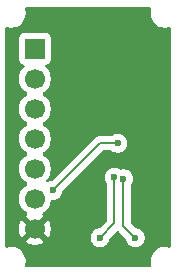
<source format=gbr>
%TF.GenerationSoftware,KiCad,Pcbnew,9.0.6*%
%TF.CreationDate,2026-02-16T11:15:55-08:00*%
%TF.ProjectId,sensor_ppg,73656e73-6f72-45f7-9070-672e6b696361,rev?*%
%TF.SameCoordinates,Original*%
%TF.FileFunction,Copper,L2,Bot*%
%TF.FilePolarity,Positive*%
%FSLAX46Y46*%
G04 Gerber Fmt 4.6, Leading zero omitted, Abs format (unit mm)*
G04 Created by KiCad (PCBNEW 9.0.6) date 2026-02-16 11:15:55*
%MOMM*%
%LPD*%
G01*
G04 APERTURE LIST*
%TA.AperFunction,ComponentPad*%
%ADD10R,1.700000X1.700000*%
%TD*%
%TA.AperFunction,ComponentPad*%
%ADD11C,1.700000*%
%TD*%
%TA.AperFunction,ViaPad*%
%ADD12C,0.600000*%
%TD*%
%TA.AperFunction,Conductor*%
%ADD13C,0.200000*%
%TD*%
G04 APERTURE END LIST*
D10*
%TO.P,J1,1,Pin_1*%
%TO.N,+3.3V*%
X124000000Y-81500000D03*
D11*
%TO.P,J1,2,Pin_2*%
%TO.N,+1V8*%
X124000000Y-84040000D03*
%TO.P,J1,3,Pin_3*%
%TO.N,/VDDIO*%
X124000000Y-86580000D03*
%TO.P,J1,4,Pin_4*%
%TO.N,/SDA*%
X124000000Y-89120000D03*
%TO.P,J1,5,Pin_5*%
%TO.N,/SCL*%
X124000000Y-91660000D03*
%TO.P,J1,6,Pin_6*%
%TO.N,/INT*%
X124000000Y-94200000D03*
%TO.P,J1,7,Pin_7*%
%TO.N,GND*%
X124000000Y-96740000D03*
%TD*%
D12*
%TO.N,/INT*%
X125500000Y-93500000D03*
X131000000Y-89500000D03*
%TO.N,+3.3V*%
X129508332Y-97508332D03*
X130711061Y-92367416D03*
%TO.N,+1V8*%
X132500000Y-97500000D03*
X131500000Y-92500000D03*
%TO.N,GND*%
X134777000Y-91500000D03*
X132000000Y-91000000D03*
%TD*%
D13*
%TO.N,/INT*%
X129500000Y-89500000D02*
X131000000Y-89500000D01*
X125500000Y-93500000D02*
X129500000Y-89500000D01*
%TO.N,+3.3V*%
X130711061Y-96288939D02*
X129500000Y-97500000D01*
X129500000Y-97500000D02*
X129508332Y-97508332D01*
X130711061Y-92367416D02*
X130711061Y-96288939D01*
%TO.N,+1V8*%
X131500000Y-92500000D02*
X131500000Y-96500000D01*
X131500000Y-96500000D02*
X132500000Y-97500000D01*
%TO.N,GND*%
X134777000Y-91500000D02*
X132500000Y-91500000D01*
X132500000Y-91500000D02*
X132000000Y-91000000D01*
%TD*%
%TA.AperFunction,Conductor*%
%TO.N,GND*%
G36*
X133788912Y-78020185D02*
G01*
X133834667Y-78072989D01*
X133844611Y-78142147D01*
X133839804Y-78162818D01*
X133822127Y-78217220D01*
X133822127Y-78217221D01*
X133792393Y-78404953D01*
X133792393Y-78595046D01*
X133804548Y-78671787D01*
X133822128Y-78782782D01*
X133880867Y-78963560D01*
X133967162Y-79132924D01*
X134078889Y-79286703D01*
X134213297Y-79421111D01*
X134367076Y-79532838D01*
X134536440Y-79619133D01*
X134717218Y-79677872D01*
X134787620Y-79689022D01*
X134904954Y-79707607D01*
X134904959Y-79707607D01*
X135095046Y-79707607D01*
X135199341Y-79691087D01*
X135282782Y-79677872D01*
X135337182Y-79660195D01*
X135407021Y-79658199D01*
X135466855Y-79694279D01*
X135497684Y-79756979D01*
X135499500Y-79778126D01*
X135499500Y-98221873D01*
X135479815Y-98288912D01*
X135427011Y-98334667D01*
X135357853Y-98344611D01*
X135337183Y-98339804D01*
X135282782Y-98322128D01*
X135282780Y-98322127D01*
X135282778Y-98322127D01*
X135095046Y-98292393D01*
X135095041Y-98292393D01*
X134904959Y-98292393D01*
X134904954Y-98292393D01*
X134717221Y-98322127D01*
X134536437Y-98380868D01*
X134367075Y-98467162D01*
X134279339Y-98530906D01*
X134213297Y-98578889D01*
X134213295Y-98578891D01*
X134213294Y-98578891D01*
X134078891Y-98713294D01*
X134078891Y-98713295D01*
X134078889Y-98713297D01*
X134030906Y-98779339D01*
X133967162Y-98867075D01*
X133880868Y-99036437D01*
X133822127Y-99217221D01*
X133792393Y-99404953D01*
X133792393Y-99595046D01*
X133822127Y-99782778D01*
X133822127Y-99782779D01*
X133839804Y-99837182D01*
X133841799Y-99907023D01*
X133805719Y-99966856D01*
X133743018Y-99997684D01*
X133721873Y-99999500D01*
X123278127Y-99999500D01*
X123211088Y-99979815D01*
X123165333Y-99927011D01*
X123155389Y-99857853D01*
X123160196Y-99837182D01*
X123165854Y-99819769D01*
X123177872Y-99782782D01*
X123195452Y-99671787D01*
X123207607Y-99595046D01*
X123207607Y-99404953D01*
X123177872Y-99217221D01*
X123177872Y-99217218D01*
X123119133Y-99036440D01*
X123032838Y-98867076D01*
X122921111Y-98713297D01*
X122786703Y-98578889D01*
X122632924Y-98467162D01*
X122463560Y-98380867D01*
X122282782Y-98322128D01*
X122282780Y-98322127D01*
X122282778Y-98322127D01*
X122095046Y-98292393D01*
X122095041Y-98292393D01*
X121904959Y-98292393D01*
X121904954Y-98292393D01*
X121717221Y-98322127D01*
X121717220Y-98322127D01*
X121680439Y-98334078D01*
X121662817Y-98339804D01*
X121592977Y-98341799D01*
X121533144Y-98305719D01*
X121502316Y-98243018D01*
X121500500Y-98221873D01*
X121500500Y-80602135D01*
X122649500Y-80602135D01*
X122649500Y-82397870D01*
X122649501Y-82397876D01*
X122655908Y-82457483D01*
X122706202Y-82592328D01*
X122706206Y-82592335D01*
X122792452Y-82707544D01*
X122792455Y-82707547D01*
X122907664Y-82793793D01*
X122907671Y-82793797D01*
X123039082Y-82842810D01*
X123095016Y-82884681D01*
X123119433Y-82950145D01*
X123104582Y-83018418D01*
X123083431Y-83046673D01*
X122969889Y-83160215D01*
X122844951Y-83332179D01*
X122748444Y-83521585D01*
X122682753Y-83723760D01*
X122649500Y-83933713D01*
X122649500Y-84146286D01*
X122682753Y-84356239D01*
X122748444Y-84558414D01*
X122844951Y-84747820D01*
X122969890Y-84919786D01*
X123120213Y-85070109D01*
X123292182Y-85195050D01*
X123300946Y-85199516D01*
X123351742Y-85247491D01*
X123368536Y-85315312D01*
X123345998Y-85381447D01*
X123300946Y-85420484D01*
X123292182Y-85424949D01*
X123120213Y-85549890D01*
X122969890Y-85700213D01*
X122844951Y-85872179D01*
X122748444Y-86061585D01*
X122682753Y-86263760D01*
X122649500Y-86473713D01*
X122649500Y-86686286D01*
X122682753Y-86896239D01*
X122748444Y-87098414D01*
X122844951Y-87287820D01*
X122969890Y-87459786D01*
X123120213Y-87610109D01*
X123292182Y-87735050D01*
X123300946Y-87739516D01*
X123351742Y-87787491D01*
X123368536Y-87855312D01*
X123345998Y-87921447D01*
X123300946Y-87960484D01*
X123292182Y-87964949D01*
X123120213Y-88089890D01*
X122969890Y-88240213D01*
X122844951Y-88412179D01*
X122748444Y-88601585D01*
X122682753Y-88803760D01*
X122649500Y-89013713D01*
X122649500Y-89226286D01*
X122680364Y-89421158D01*
X122682754Y-89436243D01*
X122729087Y-89578842D01*
X122748444Y-89638414D01*
X122844951Y-89827820D01*
X122969890Y-89999786D01*
X123120213Y-90150109D01*
X123292182Y-90275050D01*
X123300946Y-90279516D01*
X123351742Y-90327491D01*
X123368536Y-90395312D01*
X123345998Y-90461447D01*
X123300946Y-90500484D01*
X123292182Y-90504949D01*
X123120213Y-90629890D01*
X122969890Y-90780213D01*
X122844951Y-90952179D01*
X122748444Y-91141585D01*
X122682753Y-91343760D01*
X122649500Y-91553713D01*
X122649500Y-91766287D01*
X122682754Y-91976243D01*
X122733986Y-92133919D01*
X122748444Y-92178414D01*
X122844951Y-92367820D01*
X122969890Y-92539786D01*
X123120213Y-92690109D01*
X123292182Y-92815050D01*
X123300946Y-92819516D01*
X123351742Y-92867491D01*
X123368536Y-92935312D01*
X123345998Y-93001447D01*
X123300946Y-93040484D01*
X123292182Y-93044949D01*
X123120213Y-93169890D01*
X122969890Y-93320213D01*
X122844951Y-93492179D01*
X122748444Y-93681585D01*
X122682753Y-93883760D01*
X122649500Y-94093713D01*
X122649500Y-94306286D01*
X122682753Y-94516239D01*
X122748444Y-94718414D01*
X122844951Y-94907820D01*
X122969890Y-95079786D01*
X123120213Y-95230109D01*
X123292179Y-95355048D01*
X123292181Y-95355049D01*
X123292184Y-95355051D01*
X123301493Y-95359794D01*
X123352290Y-95407766D01*
X123369087Y-95475587D01*
X123346552Y-95541722D01*
X123301505Y-95580760D01*
X123292446Y-95585376D01*
X123292440Y-95585380D01*
X123238282Y-95624727D01*
X123238282Y-95624728D01*
X123870591Y-96257037D01*
X123807007Y-96274075D01*
X123692993Y-96339901D01*
X123599901Y-96432993D01*
X123534075Y-96547007D01*
X123517037Y-96610591D01*
X122884728Y-95978282D01*
X122884727Y-95978282D01*
X122845380Y-96032439D01*
X122748904Y-96221782D01*
X122683242Y-96423869D01*
X122683242Y-96423872D01*
X122650000Y-96633753D01*
X122650000Y-96846246D01*
X122683242Y-97056127D01*
X122683242Y-97056130D01*
X122748904Y-97258217D01*
X122845375Y-97447550D01*
X122884728Y-97501716D01*
X123517037Y-96869408D01*
X123534075Y-96932993D01*
X123599901Y-97047007D01*
X123692993Y-97140099D01*
X123807007Y-97205925D01*
X123870590Y-97222962D01*
X123238282Y-97855269D01*
X123238282Y-97855270D01*
X123292449Y-97894624D01*
X123481782Y-97991095D01*
X123683870Y-98056757D01*
X123893754Y-98090000D01*
X124106246Y-98090000D01*
X124316127Y-98056757D01*
X124316130Y-98056757D01*
X124518217Y-97991095D01*
X124707554Y-97894622D01*
X124761716Y-97855270D01*
X124761717Y-97855270D01*
X124129408Y-97222962D01*
X124192993Y-97205925D01*
X124307007Y-97140099D01*
X124400099Y-97047007D01*
X124465925Y-96932993D01*
X124482962Y-96869408D01*
X125115270Y-97501717D01*
X125115270Y-97501716D01*
X125154622Y-97447554D01*
X125163829Y-97429485D01*
X128707832Y-97429485D01*
X128707832Y-97587178D01*
X128738593Y-97741821D01*
X128738596Y-97741833D01*
X128798934Y-97887504D01*
X128798941Y-97887517D01*
X128886542Y-98018620D01*
X128886545Y-98018624D01*
X128998039Y-98130118D01*
X128998043Y-98130121D01*
X129129146Y-98217722D01*
X129129159Y-98217729D01*
X129254722Y-98269738D01*
X129274835Y-98278069D01*
X129413840Y-98305719D01*
X129429485Y-98308831D01*
X129429488Y-98308832D01*
X129429490Y-98308832D01*
X129587176Y-98308832D01*
X129587177Y-98308831D01*
X129741829Y-98278069D01*
X129887511Y-98217726D01*
X130018621Y-98130121D01*
X130130121Y-98018621D01*
X130217726Y-97887511D01*
X130278069Y-97741829D01*
X130308832Y-97587174D01*
X130308832Y-97587167D01*
X130309429Y-97581114D01*
X130311888Y-97581356D01*
X130328517Y-97524725D01*
X130345147Y-97504087D01*
X130912318Y-96936915D01*
X130920263Y-96932577D01*
X130925688Y-96925331D01*
X130950447Y-96916095D01*
X130973641Y-96903431D01*
X130982670Y-96904076D01*
X130991152Y-96900913D01*
X131016974Y-96906529D01*
X131043333Y-96908415D01*
X131052385Y-96914232D01*
X131059425Y-96915764D01*
X131087676Y-96936913D01*
X131087679Y-96936915D01*
X131131284Y-96980520D01*
X131131285Y-96980520D01*
X131138353Y-96987588D01*
X131665425Y-97514660D01*
X131698910Y-97575983D01*
X131699361Y-97578149D01*
X131730261Y-97733491D01*
X131730264Y-97733501D01*
X131790602Y-97879172D01*
X131790609Y-97879185D01*
X131878210Y-98010288D01*
X131878213Y-98010292D01*
X131989707Y-98121786D01*
X131989711Y-98121789D01*
X132120814Y-98209390D01*
X132120827Y-98209397D01*
X132266498Y-98269735D01*
X132266503Y-98269737D01*
X132362902Y-98288912D01*
X132421153Y-98300499D01*
X132421156Y-98300500D01*
X132421158Y-98300500D01*
X132578844Y-98300500D01*
X132578845Y-98300499D01*
X132733497Y-98269737D01*
X132879179Y-98209394D01*
X133010289Y-98121789D01*
X133121789Y-98010289D01*
X133209394Y-97879179D01*
X133269737Y-97733497D01*
X133300500Y-97578842D01*
X133300500Y-97421158D01*
X133300500Y-97421155D01*
X133300499Y-97421153D01*
X133289748Y-97367103D01*
X133269737Y-97266503D01*
X133244645Y-97205925D01*
X133209397Y-97120827D01*
X133209390Y-97120814D01*
X133121789Y-96989711D01*
X133121786Y-96989707D01*
X133010292Y-96878213D01*
X133010288Y-96878210D01*
X132879185Y-96790609D01*
X132879172Y-96790602D01*
X132733501Y-96730264D01*
X132733491Y-96730261D01*
X132578151Y-96699362D01*
X132516241Y-96666977D01*
X132514662Y-96665426D01*
X132136819Y-96287583D01*
X132103334Y-96226260D01*
X132100500Y-96199902D01*
X132100500Y-93079765D01*
X132120185Y-93012726D01*
X132121398Y-93010874D01*
X132209390Y-92879185D01*
X132209390Y-92879184D01*
X132209394Y-92879179D01*
X132269737Y-92733497D01*
X132300500Y-92578842D01*
X132300500Y-92421158D01*
X132300500Y-92421155D01*
X132300499Y-92421153D01*
X132289890Y-92367820D01*
X132269737Y-92266503D01*
X132233249Y-92178412D01*
X132209397Y-92120827D01*
X132209390Y-92120814D01*
X132121789Y-91989711D01*
X132121786Y-91989707D01*
X132010292Y-91878213D01*
X132010288Y-91878210D01*
X131879185Y-91790609D01*
X131879172Y-91790602D01*
X131733501Y-91730264D01*
X131733489Y-91730261D01*
X131578845Y-91699500D01*
X131578842Y-91699500D01*
X131421158Y-91699500D01*
X131421153Y-91699500D01*
X131264365Y-91730687D01*
X131194773Y-91724460D01*
X131171284Y-91712173D01*
X131090244Y-91658024D01*
X131090233Y-91658018D01*
X130944562Y-91597680D01*
X130944550Y-91597677D01*
X130789906Y-91566916D01*
X130789903Y-91566916D01*
X130632219Y-91566916D01*
X130632216Y-91566916D01*
X130477571Y-91597677D01*
X130477559Y-91597680D01*
X130331888Y-91658018D01*
X130331875Y-91658025D01*
X130200772Y-91745626D01*
X130200768Y-91745629D01*
X130089274Y-91857123D01*
X130089271Y-91857127D01*
X130001670Y-91988230D01*
X130001663Y-91988243D01*
X129941325Y-92133914D01*
X129941322Y-92133926D01*
X129910561Y-92288569D01*
X129910561Y-92446262D01*
X129941322Y-92600905D01*
X129941325Y-92600917D01*
X130001663Y-92746588D01*
X130001670Y-92746601D01*
X130089663Y-92878290D01*
X130110541Y-92944967D01*
X130110561Y-92947181D01*
X130110561Y-95988842D01*
X130090876Y-96055881D01*
X130074242Y-96076523D01*
X129472869Y-96677895D01*
X129411546Y-96711380D01*
X129409380Y-96711831D01*
X129274840Y-96738593D01*
X129274830Y-96738596D01*
X129129159Y-96798934D01*
X129129146Y-96798941D01*
X128998043Y-96886542D01*
X128998039Y-96886545D01*
X128886545Y-96998039D01*
X128886542Y-96998043D01*
X128798941Y-97129146D01*
X128798934Y-97129159D01*
X128738596Y-97274830D01*
X128738593Y-97274842D01*
X128707832Y-97429485D01*
X125163829Y-97429485D01*
X125195615Y-97367103D01*
X125251095Y-97258217D01*
X125316757Y-97056130D01*
X125316757Y-97056127D01*
X125350000Y-96846246D01*
X125350000Y-96633753D01*
X125316757Y-96423872D01*
X125316757Y-96423869D01*
X125251095Y-96221782D01*
X125154624Y-96032449D01*
X125115270Y-95978282D01*
X125115269Y-95978282D01*
X124482962Y-96610590D01*
X124465925Y-96547007D01*
X124400099Y-96432993D01*
X124307007Y-96339901D01*
X124192993Y-96274075D01*
X124129409Y-96257037D01*
X124761716Y-95624728D01*
X124707547Y-95585373D01*
X124707547Y-95585372D01*
X124698500Y-95580763D01*
X124647706Y-95532788D01*
X124630912Y-95464966D01*
X124653451Y-95398832D01*
X124698508Y-95359793D01*
X124707816Y-95355051D01*
X124787007Y-95297515D01*
X124879786Y-95230109D01*
X124879788Y-95230106D01*
X124879792Y-95230104D01*
X125030104Y-95079792D01*
X125030106Y-95079788D01*
X125030109Y-95079786D01*
X125155048Y-94907820D01*
X125155047Y-94907820D01*
X125155051Y-94907816D01*
X125251557Y-94718412D01*
X125317246Y-94516243D01*
X125334849Y-94405101D01*
X125364778Y-94341967D01*
X125424090Y-94305036D01*
X125457322Y-94300500D01*
X125578844Y-94300500D01*
X125578845Y-94300499D01*
X125733497Y-94269737D01*
X125879179Y-94209394D01*
X126010289Y-94121789D01*
X126121789Y-94010289D01*
X126209394Y-93879179D01*
X126269737Y-93733497D01*
X126300500Y-93578842D01*
X126300638Y-93578150D01*
X126333023Y-93516239D01*
X126334518Y-93514716D01*
X129712416Y-90136819D01*
X129773739Y-90103334D01*
X129800097Y-90100500D01*
X130420234Y-90100500D01*
X130487273Y-90120185D01*
X130489125Y-90121398D01*
X130620814Y-90209390D01*
X130620827Y-90209397D01*
X130766498Y-90269735D01*
X130766503Y-90269737D01*
X130921153Y-90300499D01*
X130921156Y-90300500D01*
X130921158Y-90300500D01*
X131078844Y-90300500D01*
X131078845Y-90300499D01*
X131233497Y-90269737D01*
X131379179Y-90209394D01*
X131510289Y-90121789D01*
X131621789Y-90010289D01*
X131709394Y-89879179D01*
X131769737Y-89733497D01*
X131800500Y-89578842D01*
X131800500Y-89421158D01*
X131800500Y-89421155D01*
X131800499Y-89421153D01*
X131769738Y-89266510D01*
X131769737Y-89266503D01*
X131713728Y-89131284D01*
X131709397Y-89120827D01*
X131709390Y-89120814D01*
X131621789Y-88989711D01*
X131621786Y-88989707D01*
X131510292Y-88878213D01*
X131510288Y-88878210D01*
X131379185Y-88790609D01*
X131379172Y-88790602D01*
X131233501Y-88730264D01*
X131233489Y-88730261D01*
X131078845Y-88699500D01*
X131078842Y-88699500D01*
X130921158Y-88699500D01*
X130921155Y-88699500D01*
X130766510Y-88730261D01*
X130766498Y-88730264D01*
X130620827Y-88790602D01*
X130620814Y-88790609D01*
X130489125Y-88878602D01*
X130422447Y-88899480D01*
X130420234Y-88899500D01*
X129579057Y-88899500D01*
X129420942Y-88899500D01*
X129268215Y-88940423D01*
X129268214Y-88940423D01*
X129268212Y-88940424D01*
X129268209Y-88940425D01*
X129218096Y-88969359D01*
X129218095Y-88969360D01*
X129182853Y-88989707D01*
X129131285Y-89019479D01*
X129131282Y-89019481D01*
X125485339Y-92665425D01*
X125424016Y-92698910D01*
X125421850Y-92699361D01*
X125266508Y-92730261D01*
X125266498Y-92730264D01*
X125115192Y-92792937D01*
X125114313Y-92790815D01*
X125055913Y-92802959D01*
X124990676Y-92777941D01*
X124949321Y-92721625D01*
X124944977Y-92651890D01*
X124978214Y-92591681D01*
X125030104Y-92539792D01*
X125030106Y-92539788D01*
X125030109Y-92539786D01*
X125155048Y-92367820D01*
X125155047Y-92367820D01*
X125155051Y-92367816D01*
X125251557Y-92178412D01*
X125317246Y-91976243D01*
X125350500Y-91766287D01*
X125350500Y-91553713D01*
X125317246Y-91343757D01*
X125251557Y-91141588D01*
X125155051Y-90952184D01*
X125155049Y-90952181D01*
X125155048Y-90952179D01*
X125030109Y-90780213D01*
X124879786Y-90629890D01*
X124707820Y-90504951D01*
X124707115Y-90504591D01*
X124699054Y-90500485D01*
X124648259Y-90452512D01*
X124631463Y-90384692D01*
X124653999Y-90318556D01*
X124699054Y-90279515D01*
X124707816Y-90275051D01*
X124798186Y-90209394D01*
X124879786Y-90150109D01*
X124879788Y-90150106D01*
X124879792Y-90150104D01*
X125030104Y-89999792D01*
X125030106Y-89999788D01*
X125030109Y-89999786D01*
X125155048Y-89827820D01*
X125155047Y-89827820D01*
X125155051Y-89827816D01*
X125251557Y-89638412D01*
X125317246Y-89436243D01*
X125350500Y-89226287D01*
X125350500Y-89013713D01*
X125317246Y-88803757D01*
X125251557Y-88601588D01*
X125155051Y-88412184D01*
X125155049Y-88412181D01*
X125155048Y-88412179D01*
X125030109Y-88240213D01*
X124879786Y-88089890D01*
X124707820Y-87964951D01*
X124707115Y-87964591D01*
X124699054Y-87960485D01*
X124648259Y-87912512D01*
X124631463Y-87844692D01*
X124653999Y-87778556D01*
X124699054Y-87739515D01*
X124707816Y-87735051D01*
X124729789Y-87719086D01*
X124879786Y-87610109D01*
X124879788Y-87610106D01*
X124879792Y-87610104D01*
X125030104Y-87459792D01*
X125030106Y-87459788D01*
X125030109Y-87459786D01*
X125155048Y-87287820D01*
X125155047Y-87287820D01*
X125155051Y-87287816D01*
X125251557Y-87098412D01*
X125317246Y-86896243D01*
X125350500Y-86686287D01*
X125350500Y-86473713D01*
X125317246Y-86263757D01*
X125251557Y-86061588D01*
X125155051Y-85872184D01*
X125155049Y-85872181D01*
X125155048Y-85872179D01*
X125030109Y-85700213D01*
X124879786Y-85549890D01*
X124707820Y-85424951D01*
X124707115Y-85424591D01*
X124699054Y-85420485D01*
X124648259Y-85372512D01*
X124631463Y-85304692D01*
X124653999Y-85238556D01*
X124699054Y-85199515D01*
X124707816Y-85195051D01*
X124729789Y-85179086D01*
X124879786Y-85070109D01*
X124879788Y-85070106D01*
X124879792Y-85070104D01*
X125030104Y-84919792D01*
X125030106Y-84919788D01*
X125030109Y-84919786D01*
X125155048Y-84747820D01*
X125155047Y-84747820D01*
X125155051Y-84747816D01*
X125251557Y-84558412D01*
X125317246Y-84356243D01*
X125350500Y-84146287D01*
X125350500Y-83933713D01*
X125317246Y-83723757D01*
X125251557Y-83521588D01*
X125155051Y-83332184D01*
X125155049Y-83332181D01*
X125155048Y-83332179D01*
X125030109Y-83160213D01*
X124916569Y-83046673D01*
X124883084Y-82985350D01*
X124888068Y-82915658D01*
X124929940Y-82859725D01*
X124960915Y-82842810D01*
X125092331Y-82793796D01*
X125207546Y-82707546D01*
X125293796Y-82592331D01*
X125344091Y-82457483D01*
X125350500Y-82397873D01*
X125350499Y-80602128D01*
X125344091Y-80542517D01*
X125293796Y-80407669D01*
X125293795Y-80407668D01*
X125293793Y-80407664D01*
X125207547Y-80292455D01*
X125207544Y-80292452D01*
X125092335Y-80206206D01*
X125092328Y-80206202D01*
X124957482Y-80155908D01*
X124957483Y-80155908D01*
X124897883Y-80149501D01*
X124897881Y-80149500D01*
X124897873Y-80149500D01*
X124897864Y-80149500D01*
X123102129Y-80149500D01*
X123102123Y-80149501D01*
X123042516Y-80155908D01*
X122907671Y-80206202D01*
X122907664Y-80206206D01*
X122792455Y-80292452D01*
X122792452Y-80292455D01*
X122706206Y-80407664D01*
X122706202Y-80407671D01*
X122655908Y-80542517D01*
X122649501Y-80602116D01*
X122649501Y-80602123D01*
X122649500Y-80602135D01*
X121500500Y-80602135D01*
X121500500Y-79778126D01*
X121520185Y-79711087D01*
X121572989Y-79665332D01*
X121642147Y-79655388D01*
X121662811Y-79660193D01*
X121717218Y-79677872D01*
X121787620Y-79689022D01*
X121904954Y-79707607D01*
X121904959Y-79707607D01*
X122095046Y-79707607D01*
X122199341Y-79691087D01*
X122282782Y-79677872D01*
X122463560Y-79619133D01*
X122632924Y-79532838D01*
X122786703Y-79421111D01*
X122921111Y-79286703D01*
X123032838Y-79132924D01*
X123119133Y-78963560D01*
X123177872Y-78782782D01*
X123195452Y-78671787D01*
X123207607Y-78595046D01*
X123207607Y-78404953D01*
X123177872Y-78217221D01*
X123177872Y-78217220D01*
X123177872Y-78217218D01*
X123160195Y-78162817D01*
X123158201Y-78092977D01*
X123194281Y-78033144D01*
X123256982Y-78002316D01*
X123278127Y-78000500D01*
X133721873Y-78000500D01*
X133788912Y-78020185D01*
G37*
%TD.AperFunction*%
%TD*%
M02*

</source>
